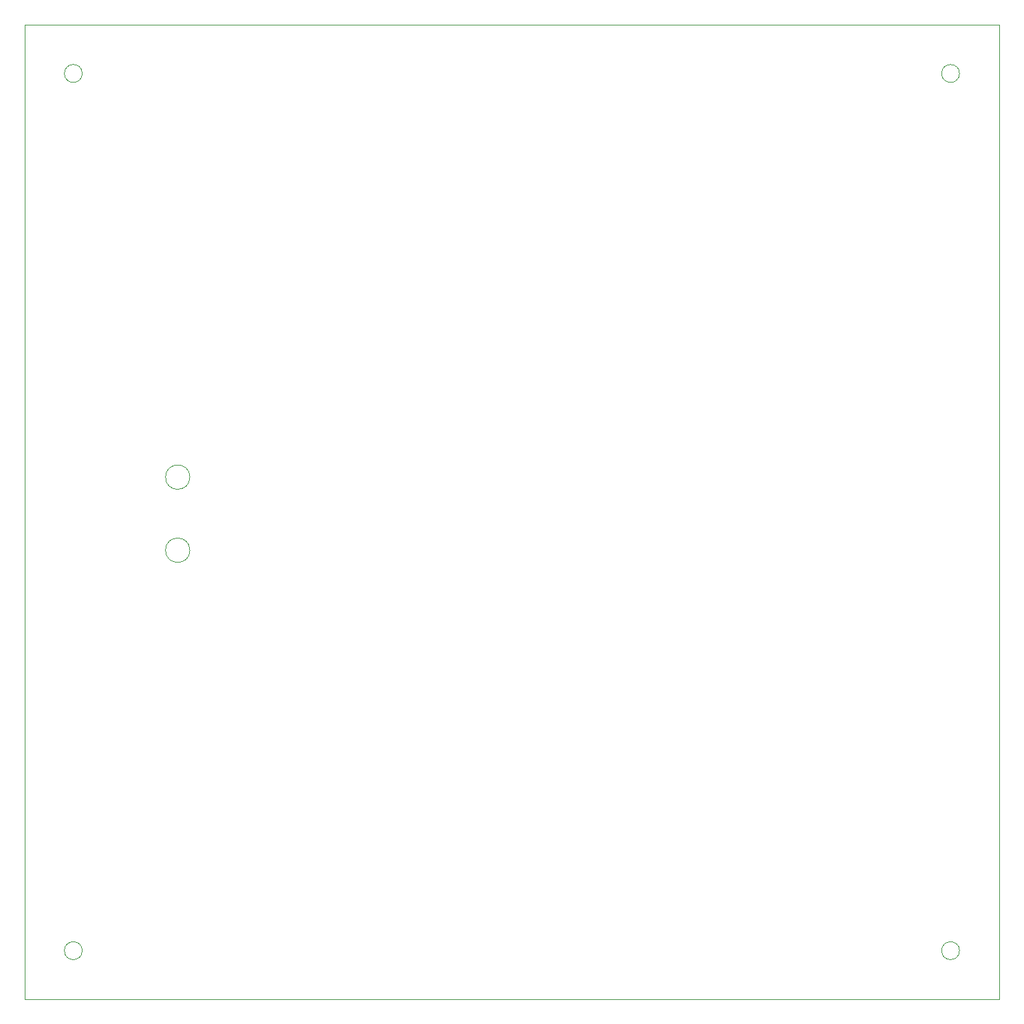
<source format=gbr>
%TF.GenerationSoftware,KiCad,Pcbnew,7.0.10*%
%TF.CreationDate,2024-02-06T15:01:58+01:00*%
%TF.ProjectId,diagram_chart,64696167-7261-46d5-9f63-686172742e6b,rev?*%
%TF.SameCoordinates,Original*%
%TF.FileFunction,Profile,NP*%
%FSLAX46Y46*%
G04 Gerber Fmt 4.6, Leading zero omitted, Abs format (unit mm)*
G04 Created by KiCad (PCBNEW 7.0.10) date 2024-02-06 15:01:58*
%MOMM*%
%LPD*%
G01*
G04 APERTURE LIST*
%TA.AperFunction,Profile*%
%ADD10C,0.050000*%
%TD*%
G04 APERTURE END LIST*
D10*
X165740000Y-167300000D02*
G75*
G03*
X163540000Y-167300000I-1100000J0D01*
G01*
X163540000Y-167300000D02*
G75*
G03*
X165740000Y-167300000I1100000J0D01*
G01*
X70990000Y-118000000D02*
G75*
G03*
X67990000Y-118000000I-1500000J0D01*
G01*
X67990000Y-118000000D02*
G75*
G03*
X70990000Y-118000000I1500000J0D01*
G01*
X57740000Y-59300000D02*
G75*
G03*
X55540000Y-59300000I-1100000J0D01*
G01*
X55540000Y-59300000D02*
G75*
G03*
X57740000Y-59300000I1100000J0D01*
G01*
X50640000Y-53300000D02*
X170640000Y-53300000D01*
X170640000Y-173300000D01*
X50640000Y-173300000D01*
X50640000Y-53300000D01*
X165740000Y-59300000D02*
G75*
G03*
X163540000Y-59300000I-1100000J0D01*
G01*
X163540000Y-59300000D02*
G75*
G03*
X165740000Y-59300000I1100000J0D01*
G01*
X70990000Y-109000000D02*
G75*
G03*
X67990000Y-109000000I-1500000J0D01*
G01*
X67990000Y-109000000D02*
G75*
G03*
X70990000Y-109000000I1500000J0D01*
G01*
X57740000Y-167300000D02*
G75*
G03*
X55540000Y-167300000I-1100000J0D01*
G01*
X55540000Y-167300000D02*
G75*
G03*
X57740000Y-167300000I1100000J0D01*
G01*
M02*

</source>
